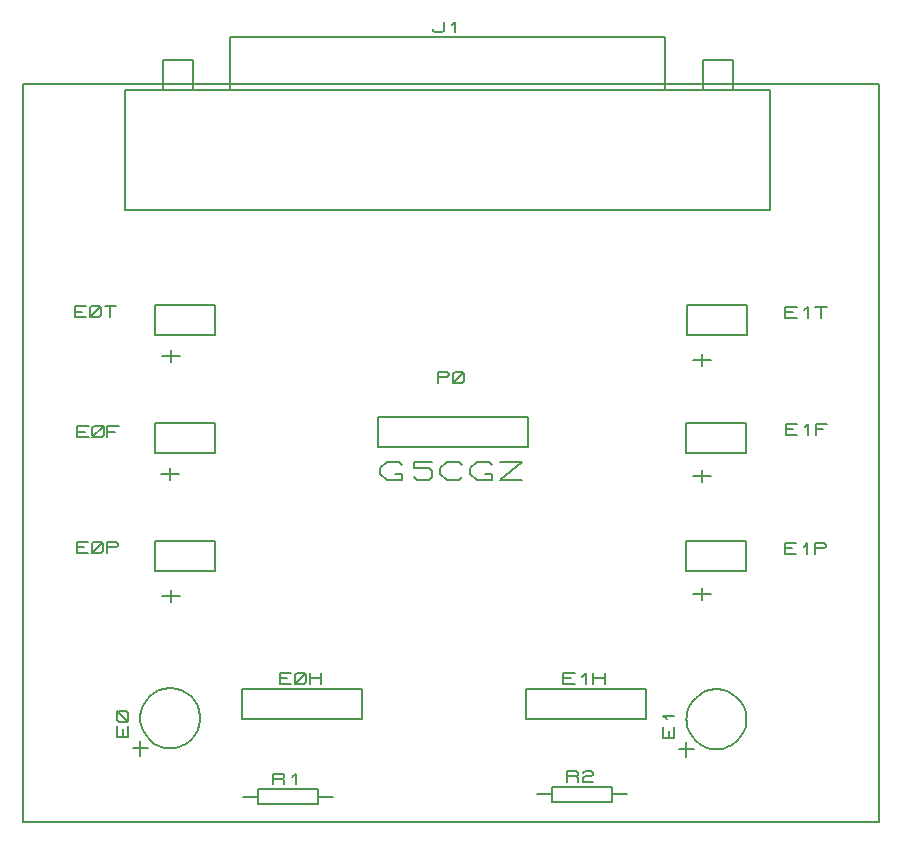
<source format=gbr>
G04 PROTEUS GERBER X2 FILE*
%TF.GenerationSoftware,Labcenter,Proteus,8.8-SP1-Build27031*%
%TF.CreationDate,2022-04-04T16:32:35+00:00*%
%TF.FileFunction,Legend,Top*%
%TF.FilePolarity,Positive*%
%TF.Part,Single*%
%TF.SameCoordinates,{f11ef5d1-6b42-4984-83c1-33555d163e1d}*%
%FSLAX45Y45*%
%MOMM*%
G01*
%TA.AperFunction,Material*%
%ADD18C,0.203200*%
%TA.AperFunction,Profile*%
%ADD16C,0.203200*%
%TD.AperFunction*%
D18*
X-2381000Y+4182500D02*
X+3080000Y+4182500D01*
X+3080000Y+5198500D01*
X-2381000Y+5198500D01*
X-2381000Y+4182500D01*
X-1492000Y+5198500D02*
X+2191000Y+5198500D01*
X+2191000Y+5643000D01*
X-1492000Y+5643000D01*
X-1492000Y+5198500D01*
X+2508500Y+5198500D02*
X+2762500Y+5198500D01*
X+2762500Y+5452500D01*
X+2508500Y+5452500D01*
X+2508500Y+5198500D01*
X-2063500Y+5198500D02*
X-1809500Y+5198500D01*
X-1809500Y+5452500D01*
X-2063500Y+5452500D01*
X-2063500Y+5198500D01*
X+222500Y+5714120D02*
X+222500Y+5698880D01*
X+238375Y+5683640D01*
X+301875Y+5683640D01*
X+317750Y+5698880D01*
X+317750Y+5775080D01*
X+381250Y+5744600D02*
X+413000Y+5775080D01*
X+413000Y+5683640D01*
X-2127000Y+3123000D02*
X-1619000Y+3123000D01*
X-1619000Y+3377000D01*
X-2127000Y+3377000D01*
X-2127000Y+3123000D01*
X-2715206Y+3271596D02*
X-2810456Y+3271596D01*
X-2810456Y+3363036D01*
X-2715206Y+3363036D01*
X-2810456Y+3317316D02*
X-2746956Y+3317316D01*
X-2683456Y+3286836D02*
X-2683456Y+3347796D01*
X-2667581Y+3363036D01*
X-2604081Y+3363036D01*
X-2588206Y+3347796D01*
X-2588206Y+3286836D01*
X-2604081Y+3271596D01*
X-2667581Y+3271596D01*
X-2683456Y+3286836D01*
X-2683456Y+3271596D02*
X-2588206Y+3363036D01*
X-2556456Y+3363036D02*
X-2461206Y+3363036D01*
X-2508831Y+3363036D02*
X-2508831Y+3271596D01*
X+2373000Y+3123000D02*
X+2881000Y+3123000D01*
X+2881000Y+3377000D01*
X+2373000Y+3377000D01*
X+2373000Y+3123000D01*
X+3301750Y+3267640D02*
X+3206500Y+3267640D01*
X+3206500Y+3359080D01*
X+3301750Y+3359080D01*
X+3206500Y+3313360D02*
X+3270000Y+3313360D01*
X+3365250Y+3328600D02*
X+3397000Y+3359080D01*
X+3397000Y+3267640D01*
X+3460500Y+3359080D02*
X+3555750Y+3359080D01*
X+3508125Y+3359080D02*
X+3508125Y+3267640D01*
X-2131000Y+2123000D02*
X-1623000Y+2123000D01*
X-1623000Y+2377000D01*
X-2131000Y+2377000D01*
X-2131000Y+2123000D01*
X-2692250Y+2257640D02*
X-2787500Y+2257640D01*
X-2787500Y+2349080D01*
X-2692250Y+2349080D01*
X-2787500Y+2303360D02*
X-2724000Y+2303360D01*
X-2660500Y+2272880D02*
X-2660500Y+2333840D01*
X-2644625Y+2349080D01*
X-2581125Y+2349080D01*
X-2565250Y+2333840D01*
X-2565250Y+2272880D01*
X-2581125Y+2257640D01*
X-2644625Y+2257640D01*
X-2660500Y+2272880D01*
X-2660500Y+2257640D02*
X-2565250Y+2349080D01*
X-2533500Y+2257640D02*
X-2533500Y+2349080D01*
X-2438250Y+2349080D01*
X-2533500Y+2303360D02*
X-2470000Y+2303360D01*
X+2369000Y+2123000D02*
X+2877000Y+2123000D01*
X+2877000Y+2377000D01*
X+2369000Y+2377000D01*
X+2369000Y+2123000D01*
X+3307750Y+2277640D02*
X+3212500Y+2277640D01*
X+3212500Y+2369080D01*
X+3307750Y+2369080D01*
X+3212500Y+2323360D02*
X+3276000Y+2323360D01*
X+3371250Y+2338600D02*
X+3403000Y+2369080D01*
X+3403000Y+2277640D01*
X+3466500Y+2277640D02*
X+3466500Y+2369080D01*
X+3561750Y+2369080D01*
X+3466500Y+2323360D02*
X+3530000Y+2323360D01*
X+2369000Y+1123000D02*
X+2877000Y+1123000D01*
X+2877000Y+1377000D01*
X+2369000Y+1377000D01*
X+2369000Y+1123000D01*
X+3297750Y+1267640D02*
X+3202500Y+1267640D01*
X+3202500Y+1359080D01*
X+3297750Y+1359080D01*
X+3202500Y+1313360D02*
X+3266000Y+1313360D01*
X+3361250Y+1328600D02*
X+3393000Y+1359080D01*
X+3393000Y+1267640D01*
X+3456500Y+1267640D02*
X+3456500Y+1359080D01*
X+3535875Y+1359080D01*
X+3551750Y+1343840D01*
X+3551750Y+1328600D01*
X+3535875Y+1313360D01*
X+3456500Y+1313360D01*
X-2127000Y+1123000D02*
X-1619000Y+1123000D01*
X-1619000Y+1377000D01*
X-2127000Y+1377000D01*
X-2127000Y+1123000D01*
X-2698250Y+1277640D02*
X-2793500Y+1277640D01*
X-2793500Y+1369080D01*
X-2698250Y+1369080D01*
X-2793500Y+1323360D02*
X-2730000Y+1323360D01*
X-2666500Y+1292880D02*
X-2666500Y+1353840D01*
X-2650625Y+1369080D01*
X-2587125Y+1369080D01*
X-2571250Y+1353840D01*
X-2571250Y+1292880D01*
X-2587125Y+1277640D01*
X-2650625Y+1277640D01*
X-2666500Y+1292880D01*
X-2666500Y+1277640D02*
X-2571250Y+1369080D01*
X-2539500Y+1277640D02*
X-2539500Y+1369080D01*
X-2460125Y+1369080D01*
X-2444250Y+1353840D01*
X-2444250Y+1338600D01*
X-2460125Y+1323360D01*
X-2539500Y+1323360D01*
X-1389000Y-127000D02*
X-373000Y-127000D01*
X-373000Y+127000D01*
X-1389000Y+127000D01*
X-1389000Y-127000D01*
X-976250Y+167640D02*
X-1071500Y+167640D01*
X-1071500Y+259080D01*
X-976250Y+259080D01*
X-1071500Y+213360D02*
X-1008000Y+213360D01*
X-944500Y+182880D02*
X-944500Y+243840D01*
X-928625Y+259080D01*
X-865125Y+259080D01*
X-849250Y+243840D01*
X-849250Y+182880D01*
X-865125Y+167640D01*
X-928625Y+167640D01*
X-944500Y+182880D01*
X-944500Y+167640D02*
X-849250Y+259080D01*
X-817500Y+167640D02*
X-817500Y+259080D01*
X-722250Y+259080D02*
X-722250Y+167640D01*
X-817500Y+213360D02*
X-722250Y+213360D01*
X+1011000Y-127000D02*
X+2027000Y-127000D01*
X+2027000Y+127000D01*
X+1011000Y+127000D01*
X+1011000Y-127000D01*
X+1423750Y+167640D02*
X+1328500Y+167640D01*
X+1328500Y+259080D01*
X+1423750Y+259080D01*
X+1328500Y+213360D02*
X+1392000Y+213360D01*
X+1487250Y+228600D02*
X+1519000Y+259080D01*
X+1519000Y+167640D01*
X+1582500Y+167640D02*
X+1582500Y+259080D01*
X+1677750Y+259080D02*
X+1677750Y+167640D01*
X+1582500Y+213360D02*
X+1677750Y+213360D01*
X-243000Y+2173000D02*
X+1027000Y+2173000D01*
X+1027000Y+2427000D01*
X-243000Y+2427000D01*
X-243000Y+2173000D01*
X+265000Y+2717640D02*
X+265000Y+2809080D01*
X+344375Y+2809080D01*
X+360250Y+2793840D01*
X+360250Y+2778600D01*
X+344375Y+2763360D01*
X+265000Y+2763360D01*
X+392000Y+2732880D02*
X+392000Y+2793840D01*
X+407875Y+2809080D01*
X+471375Y+2809080D01*
X+487250Y+2793840D01*
X+487250Y+2732880D01*
X+471375Y+2717640D01*
X+407875Y+2717640D01*
X+392000Y+2732880D01*
X+392000Y+2717640D02*
X+487250Y+2809080D01*
X-1746000Y-123000D02*
X-1746827Y-102517D01*
X-1753545Y-61550D01*
X-1767563Y-20583D01*
X-1790341Y+20384D01*
X-1825141Y+61229D01*
X-1866108Y+92845D01*
X-1907075Y+113392D01*
X-1948042Y+125629D01*
X-1989009Y+130762D01*
X-2000000Y+131000D01*
X-2254000Y-123000D02*
X-2253173Y-102517D01*
X-2246455Y-61550D01*
X-2232437Y-20583D01*
X-2209659Y+20384D01*
X-2174859Y+61229D01*
X-2133892Y+92845D01*
X-2092925Y+113392D01*
X-2051958Y+125629D01*
X-2010991Y+130762D01*
X-2000000Y+131000D01*
X-2254000Y-123000D02*
X-2253173Y-143483D01*
X-2246455Y-184450D01*
X-2232437Y-225417D01*
X-2209659Y-266384D01*
X-2174859Y-307229D01*
X-2133892Y-338845D01*
X-2092925Y-359392D01*
X-2051958Y-371629D01*
X-2010991Y-376762D01*
X-2000000Y-377000D01*
X-1746000Y-123000D02*
X-1746827Y-143483D01*
X-1753545Y-184450D01*
X-1767563Y-225417D01*
X-1790341Y-266384D01*
X-1825141Y-307229D01*
X-1866108Y-338845D01*
X-1907075Y-359392D01*
X-1948042Y-371629D01*
X-1989009Y-376762D01*
X-2000000Y-377000D01*
X-2254000Y-440500D02*
X-2254000Y-313500D01*
X-2317500Y-377000D02*
X-2190500Y-377000D01*
X-2358140Y-186500D02*
X-2358140Y-281750D01*
X-2449580Y-281750D01*
X-2449580Y-186500D01*
X-2403860Y-281750D02*
X-2403860Y-218250D01*
X-2373380Y-154750D02*
X-2434340Y-154750D01*
X-2449580Y-138875D01*
X-2449580Y-75375D01*
X-2434340Y-59500D01*
X-2373380Y-59500D01*
X-2358140Y-75375D01*
X-2358140Y-138875D01*
X-2373380Y-154750D01*
X-2358140Y-154750D02*
X-2449580Y-59500D01*
X+2878000Y-133000D02*
X+2877173Y-112517D01*
X+2870455Y-71550D01*
X+2856437Y-30583D01*
X+2833659Y+10384D01*
X+2798859Y+51229D01*
X+2757892Y+82845D01*
X+2716925Y+103392D01*
X+2675958Y+115629D01*
X+2634991Y+120762D01*
X+2624000Y+121000D01*
X+2370000Y-133000D02*
X+2370827Y-112517D01*
X+2377545Y-71550D01*
X+2391563Y-30583D01*
X+2414341Y+10384D01*
X+2449141Y+51229D01*
X+2490108Y+82845D01*
X+2531075Y+103392D01*
X+2572042Y+115629D01*
X+2613009Y+120762D01*
X+2624000Y+121000D01*
X+2370000Y-133000D02*
X+2370827Y-153483D01*
X+2377545Y-194450D01*
X+2391563Y-235417D01*
X+2414341Y-276384D01*
X+2449141Y-317229D01*
X+2490108Y-348845D01*
X+2531075Y-369392D01*
X+2572042Y-381629D01*
X+2613009Y-386762D01*
X+2624000Y-387000D01*
X+2878000Y-133000D02*
X+2877173Y-153483D01*
X+2870455Y-194450D01*
X+2856437Y-235417D01*
X+2833659Y-276384D01*
X+2798859Y-317229D01*
X+2757892Y-348845D01*
X+2716925Y-369392D01*
X+2675958Y-381629D01*
X+2634991Y-386762D01*
X+2624000Y-387000D01*
X+2370000Y-450500D02*
X+2370000Y-323500D01*
X+2306500Y-387000D02*
X+2433500Y-387000D01*
X+2265860Y-196500D02*
X+2265860Y-291750D01*
X+2174420Y-291750D01*
X+2174420Y-196500D01*
X+2220140Y-291750D02*
X+2220140Y-228250D01*
X+2204900Y-133000D02*
X+2174420Y-101250D01*
X+2265860Y-101250D01*
X-1383000Y-788000D02*
X-1256000Y-788000D01*
X-1256000Y-851500D02*
X-748000Y-851500D01*
X-748000Y-724500D01*
X-1256000Y-724500D01*
X-1256000Y-851500D01*
X-748000Y-788000D02*
X-621000Y-788000D01*
X-1129000Y-683860D02*
X-1129000Y-592420D01*
X-1049625Y-592420D01*
X-1033750Y-607660D01*
X-1033750Y-622900D01*
X-1049625Y-638140D01*
X-1129000Y-638140D01*
X-1049625Y-638140D02*
X-1033750Y-653380D01*
X-1033750Y-683860D01*
X-970250Y-622900D02*
X-938500Y-592420D01*
X-938500Y-683860D01*
X+1101000Y-766000D02*
X+1228000Y-766000D01*
X+1228000Y-829500D02*
X+1736000Y-829500D01*
X+1736000Y-702500D01*
X+1228000Y-702500D01*
X+1228000Y-829500D01*
X+1736000Y-766000D02*
X+1863000Y-766000D01*
X+1355000Y-661860D02*
X+1355000Y-570420D01*
X+1434375Y-570420D01*
X+1450250Y-585660D01*
X+1450250Y-600900D01*
X+1434375Y-616140D01*
X+1355000Y-616140D01*
X+1434375Y-616140D02*
X+1450250Y-631380D01*
X+1450250Y-661860D01*
X+1497875Y-585660D02*
X+1513750Y-570420D01*
X+1561375Y-570420D01*
X+1577250Y-585660D01*
X+1577250Y-600900D01*
X+1561375Y-616140D01*
X+1513750Y-616140D01*
X+1497875Y-631380D01*
X+1497875Y-661860D01*
X+1577250Y-661860D01*
D16*
X-3250000Y-1000000D02*
X+4000000Y-1000000D01*
X+4000000Y+5250000D01*
X-3250000Y+5250000D01*
X-3250000Y-1000000D01*
D18*
X-98000Y+1944600D02*
X-34500Y+1944600D01*
X-34500Y+1893800D01*
X-161500Y+1893800D01*
X-225000Y+1944600D01*
X-225000Y+1995400D01*
X-161500Y+2046200D01*
X-66250Y+2046200D01*
X-34500Y+2020800D01*
X+219500Y+2046200D02*
X+60750Y+2046200D01*
X+60750Y+1995400D01*
X+187750Y+1995400D01*
X+219500Y+1970000D01*
X+219500Y+1919200D01*
X+187750Y+1893800D01*
X+92500Y+1893800D01*
X+60750Y+1919200D01*
X+473500Y+1919200D02*
X+441750Y+1893800D01*
X+346500Y+1893800D01*
X+283000Y+1944600D01*
X+283000Y+1995400D01*
X+346500Y+2046200D01*
X+441750Y+2046200D01*
X+473500Y+2020800D01*
X+664000Y+1944600D02*
X+727500Y+1944600D01*
X+727500Y+1893800D01*
X+600500Y+1893800D01*
X+537000Y+1944600D01*
X+537000Y+1995400D01*
X+600500Y+2046200D01*
X+695750Y+2046200D01*
X+727500Y+2020800D01*
X+791000Y+2046200D02*
X+981500Y+2046200D01*
X+791000Y+1893800D01*
X+981500Y+1893800D01*
X-2071600Y+910000D02*
X-1919200Y+910000D01*
X-1995400Y+960800D02*
X-1995400Y+859200D01*
X-2081600Y+1940000D02*
X-1929200Y+1940000D01*
X-2005400Y+1990800D02*
X-2005400Y+1889200D01*
X-2071600Y+2940000D02*
X-1919200Y+2940000D01*
X-1995400Y+2990800D02*
X-1995400Y+2889200D01*
X+2428400Y+2910000D02*
X+2580800Y+2910000D01*
X+2504600Y+2960800D02*
X+2504600Y+2859200D01*
X+2428400Y+1930000D02*
X+2580800Y+1930000D01*
X+2504600Y+1980800D02*
X+2504600Y+1879200D01*
X+2428400Y+930000D02*
X+2580800Y+930000D01*
X+2504600Y+980800D02*
X+2504600Y+879200D01*
M02*

</source>
